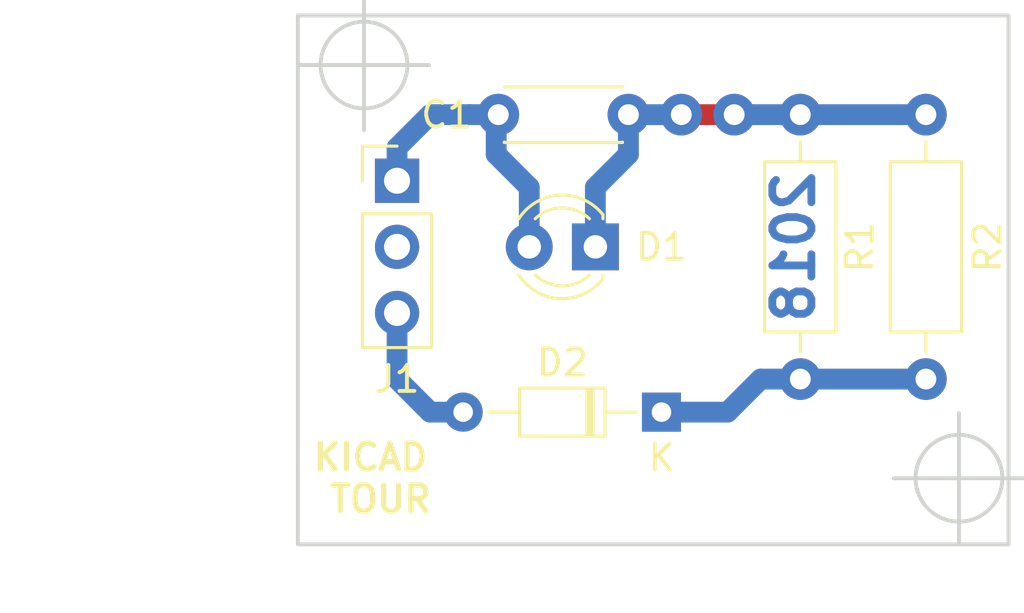
<source format=kicad_pcb>
(kicad_pcb (version 20171130) (host pcbnew "(5.0.0)")

  (general
    (thickness 1.6)
    (drawings 10)
    (tracks 24)
    (zones 0)
    (modules 6)
    (nets 6)
  )

  (page A4)
  (title_block
    (title "Kikad Tour K5")
    (date 2018-10-05)
    (rev 1)
    (company "Gonzalo Lavigna - Diseño de PCB")
  )

  (layers
    (0 F.Cu signal)
    (31 B.Cu signal)
    (32 B.Adhes user)
    (33 F.Adhes user)
    (34 B.Paste user)
    (35 F.Paste user)
    (36 B.SilkS user)
    (37 F.SilkS user)
    (38 B.Mask user)
    (39 F.Mask user)
    (40 Dwgs.User user)
    (41 Cmts.User user)
    (42 Eco1.User user)
    (43 Eco2.User user)
    (44 Edge.Cuts user)
    (45 Margin user)
    (46 B.CrtYd user)
    (47 F.CrtYd user)
    (48 B.Fab user hide)
    (49 F.Fab user hide)
  )

  (setup
    (last_trace_width 0.8)
    (user_trace_width 0.8)
    (user_trace_width 1)
    (user_trace_width 1.2)
    (trace_clearance 0.8)
    (zone_clearance 0.508)
    (zone_45_only no)
    (trace_min 0.2)
    (segment_width 0.2)
    (edge_width 0.15)
    (via_size 1.2)
    (via_drill 0.6)
    (via_min_size 0.4)
    (via_min_drill 0.3)
    (user_via 1.6 0.8)
    (uvia_size 0.3)
    (uvia_drill 0.1)
    (uvias_allowed no)
    (uvia_min_size 0.2)
    (uvia_min_drill 0.1)
    (pcb_text_width 0.3)
    (pcb_text_size 1.5 1.5)
    (mod_edge_width 0.15)
    (mod_text_size 1 1)
    (mod_text_width 0.15)
    (pad_size 1.524 1.524)
    (pad_drill 0.762)
    (pad_to_mask_clearance 0.2)
    (aux_axis_origin 114.3 82.55)
    (visible_elements 7FFDFF7F)
    (pcbplotparams
      (layerselection 0x01130_ffffffff)
      (usegerberextensions false)
      (usegerberattributes true)
      (usegerberadvancedattributes true)
      (creategerberjobfile true)
      (excludeedgelayer false)
      (linewidth 0.100000)
      (plotframeref false)
      (viasonmask false)
      (mode 1)
      (useauxorigin false)
      (hpglpennumber 1)
      (hpglpenspeed 20)
      (hpglpendiameter 15.000000)
      (psnegative false)
      (psa4output false)
      (plotreference true)
      (plotvalue true)
      (plotinvisibletext false)
      (padsonsilk false)
      (subtractmaskfromsilk false)
      (outputformat 1)
      (mirror false)
      (drillshape 0)
      (scaleselection 1)
      (outputdirectory ""))
  )

  (net 0 "")
  (net 1 "Net-(C1-Pad1)")
  (net 2 "Net-(C1-Pad2)")
  (net 3 "Net-(D2-Pad1)")
  (net 4 "Net-(D2-Pad2)")
  (net 5 "Net-(J1-Pad2)")

  (net_class Default "This is the default net class."
    (clearance 0.8)
    (trace_width 0.6)
    (via_dia 1.2)
    (via_drill 0.6)
    (uvia_dia 0.3)
    (uvia_drill 0.1)
    (add_net "Net-(C1-Pad1)")
    (add_net "Net-(C1-Pad2)")
    (add_net "Net-(D2-Pad1)")
    (add_net "Net-(D2-Pad2)")
    (add_net "Net-(J1-Pad2)")
  )

  (module Resistor_THT:R_Axial_DIN0207_L6.3mm_D2.5mm_P10.16mm_Horizontal (layer F.Cu) (tedit 5AE5139B) (tstamp 5BB72C64)
    (at 138.43 66.04 270)
    (descr "Resistor, Axial_DIN0207 series, Axial, Horizontal, pin pitch=10.16mm, 0.25W = 1/4W, length*diameter=6.3*2.5mm^2, http://cdn-reichelt.de/documents/datenblatt/B400/1_4W%23YAG.pdf")
    (tags "Resistor Axial_DIN0207 series Axial Horizontal pin pitch 10.16mm 0.25W = 1/4W length 6.3mm diameter 2.5mm")
    (path /5BB7223B)
    (fp_text reference R2 (at 5.08 -2.37 270) (layer F.SilkS)
      (effects (font (size 1 1) (thickness 0.15)))
    )
    (fp_text value 100K (at 5.08 2.37 270) (layer F.Fab)
      (effects (font (size 1 1) (thickness 0.15)))
    )
    (fp_line (start 1.93 -1.25) (end 1.93 1.25) (layer F.Fab) (width 0.1))
    (fp_line (start 1.93 1.25) (end 8.23 1.25) (layer F.Fab) (width 0.1))
    (fp_line (start 8.23 1.25) (end 8.23 -1.25) (layer F.Fab) (width 0.1))
    (fp_line (start 8.23 -1.25) (end 1.93 -1.25) (layer F.Fab) (width 0.1))
    (fp_line (start 0 0) (end 1.93 0) (layer F.Fab) (width 0.1))
    (fp_line (start 10.16 0) (end 8.23 0) (layer F.Fab) (width 0.1))
    (fp_line (start 1.81 -1.37) (end 1.81 1.37) (layer F.SilkS) (width 0.12))
    (fp_line (start 1.81 1.37) (end 8.35 1.37) (layer F.SilkS) (width 0.12))
    (fp_line (start 8.35 1.37) (end 8.35 -1.37) (layer F.SilkS) (width 0.12))
    (fp_line (start 8.35 -1.37) (end 1.81 -1.37) (layer F.SilkS) (width 0.12))
    (fp_line (start 1.04 0) (end 1.81 0) (layer F.SilkS) (width 0.12))
    (fp_line (start 9.12 0) (end 8.35 0) (layer F.SilkS) (width 0.12))
    (fp_line (start -1.05 -1.5) (end -1.05 1.5) (layer F.CrtYd) (width 0.05))
    (fp_line (start -1.05 1.5) (end 11.21 1.5) (layer F.CrtYd) (width 0.05))
    (fp_line (start 11.21 1.5) (end 11.21 -1.5) (layer F.CrtYd) (width 0.05))
    (fp_line (start 11.21 -1.5) (end -1.05 -1.5) (layer F.CrtYd) (width 0.05))
    (fp_text user %R (at 5.08 0 270) (layer F.Fab)
      (effects (font (size 1 1) (thickness 0.15)))
    )
    (pad 1 thru_hole circle (at 0 0 270) (size 1.6 1.6) (drill 0.8) (layers *.Cu *.Mask)
      (net 1 "Net-(C1-Pad1)"))
    (pad 2 thru_hole oval (at 10.16 0 270) (size 1.6 1.6) (drill 0.8) (layers *.Cu *.Mask)
      (net 3 "Net-(D2-Pad1)"))
    (model ${KISYS3DMOD}/Resistor_THT.3dshapes/R_Axial_DIN0207_L6.3mm_D2.5mm_P10.16mm_Horizontal.wrl
      (at (xyz 0 0 0))
      (scale (xyz 1 1 1))
      (rotate (xyz 0 0 0))
    )
  )

  (module Capacitor_THT:C_Disc_D4.3mm_W1.9mm_P5.00mm (layer F.Cu) (tedit 5AE50EF0) (tstamp 5BB71A64)
    (at 127 66.04 180)
    (descr "C, Disc series, Radial, pin pitch=5.00mm, , diameter*width=4.3*1.9mm^2, Capacitor, http://www.vishay.com/docs/45233/krseries.pdf")
    (tags "C Disc series Radial pin pitch 5.00mm  diameter 4.3mm width 1.9mm Capacitor")
    (path /5BA3734F)
    (fp_text reference C1 (at 6.985 0 180) (layer F.SilkS)
      (effects (font (size 1 1) (thickness 0.15)))
    )
    (fp_text value 100nF (at 2.5 2.2 180) (layer F.Fab)
      (effects (font (size 1 1) (thickness 0.15)))
    )
    (fp_line (start 0.35 -0.95) (end 0.35 0.95) (layer F.Fab) (width 0.1))
    (fp_line (start 0.35 0.95) (end 4.65 0.95) (layer F.Fab) (width 0.1))
    (fp_line (start 4.65 0.95) (end 4.65 -0.95) (layer F.Fab) (width 0.1))
    (fp_line (start 4.65 -0.95) (end 0.35 -0.95) (layer F.Fab) (width 0.1))
    (fp_line (start 0.23 -1.07) (end 4.77 -1.07) (layer F.SilkS) (width 0.12))
    (fp_line (start 0.23 1.07) (end 4.77 1.07) (layer F.SilkS) (width 0.12))
    (fp_line (start 0.23 -1.07) (end 0.23 -1.055) (layer F.SilkS) (width 0.12))
    (fp_line (start 0.23 1.055) (end 0.23 1.07) (layer F.SilkS) (width 0.12))
    (fp_line (start 4.77 -1.07) (end 4.77 -1.055) (layer F.SilkS) (width 0.12))
    (fp_line (start 4.77 1.055) (end 4.77 1.07) (layer F.SilkS) (width 0.12))
    (fp_line (start -1.05 -1.2) (end -1.05 1.2) (layer F.CrtYd) (width 0.05))
    (fp_line (start -1.05 1.2) (end 6.05 1.2) (layer F.CrtYd) (width 0.05))
    (fp_line (start 6.05 1.2) (end 6.05 -1.2) (layer F.CrtYd) (width 0.05))
    (fp_line (start 6.05 -1.2) (end -1.05 -1.2) (layer F.CrtYd) (width 0.05))
    (fp_text user %R (at 2.5 0 180) (layer F.Fab)
      (effects (font (size 0.86 0.86) (thickness 0.129)))
    )
    (pad 1 thru_hole circle (at 0 0 180) (size 1.6 1.6) (drill 0.8) (layers *.Cu *.Mask)
      (net 1 "Net-(C1-Pad1)"))
    (pad 2 thru_hole circle (at 5 0 180) (size 1.6 1.6) (drill 0.8) (layers *.Cu *.Mask)
      (net 2 "Net-(C1-Pad2)"))
    (model ${KISYS3DMOD}/Capacitor_THT.3dshapes/C_Disc_D4.3mm_W1.9mm_P5.00mm.wrl
      (at (xyz 0 0 0))
      (scale (xyz 1 1 1))
      (rotate (xyz 0 0 0))
    )
  )

  (module LED_THT:LED_D3.0mm (layer F.Cu) (tedit 587A3A7B) (tstamp 5BB71A77)
    (at 125.73 71.12 180)
    (descr "LED, diameter 3.0mm, 2 pins")
    (tags "LED diameter 3.0mm 2 pins")
    (path /5BA37292)
    (clearance 0.6)
    (fp_text reference D1 (at -2.54 0 180) (layer F.SilkS)
      (effects (font (size 1 1) (thickness 0.15)))
    )
    (fp_text value "LED ROJO 3mm" (at 0 2.96 180) (layer F.Fab)
      (effects (font (size 1 1) (thickness 0.15)))
    )
    (fp_arc (start 1.27 0) (end -0.23 -1.16619) (angle 284.3) (layer F.Fab) (width 0.1))
    (fp_arc (start 1.27 0) (end -0.29 -1.235516) (angle 108.8) (layer F.SilkS) (width 0.12))
    (fp_arc (start 1.27 0) (end -0.29 1.235516) (angle -108.8) (layer F.SilkS) (width 0.12))
    (fp_arc (start 1.27 0) (end 0.229039 -1.08) (angle 87.9) (layer F.SilkS) (width 0.12))
    (fp_arc (start 1.27 0) (end 0.229039 1.08) (angle -87.9) (layer F.SilkS) (width 0.12))
    (fp_circle (center 1.27 0) (end 2.77 0) (layer F.Fab) (width 0.1))
    (fp_line (start -0.23 -1.16619) (end -0.23 1.16619) (layer F.Fab) (width 0.1))
    (fp_line (start -0.29 -1.236) (end -0.29 -1.08) (layer F.SilkS) (width 0.12))
    (fp_line (start -0.29 1.08) (end -0.29 1.236) (layer F.SilkS) (width 0.12))
    (fp_line (start -1.15 -2.25) (end -1.15 2.25) (layer F.CrtYd) (width 0.05))
    (fp_line (start -1.15 2.25) (end 3.7 2.25) (layer F.CrtYd) (width 0.05))
    (fp_line (start 3.7 2.25) (end 3.7 -2.25) (layer F.CrtYd) (width 0.05))
    (fp_line (start 3.7 -2.25) (end -1.15 -2.25) (layer F.CrtYd) (width 0.05))
    (pad 1 thru_hole rect (at 0 0 180) (size 1.8 1.8) (drill 0.9) (layers *.Cu *.Mask)
      (net 1 "Net-(C1-Pad1)"))
    (pad 2 thru_hole circle (at 2.54 0 180) (size 1.8 1.8) (drill 0.9) (layers *.Cu *.Mask)
      (net 2 "Net-(C1-Pad2)"))
    (model ${KISYS3DMOD}/LED_THT.3dshapes/LED_D3.0mm.wrl
      (at (xyz 0 0 0))
      (scale (xyz 1 1 1))
      (rotate (xyz 0 0 0))
    )
  )

  (module Diode_THT:D_DO-34_SOD68_P7.62mm_Horizontal (layer F.Cu) (tedit 5AE50CD5) (tstamp 5BB71A96)
    (at 128.27 77.47 180)
    (descr "Diode, DO-34_SOD68 series, Axial, Horizontal, pin pitch=7.62mm, , length*diameter=3.04*1.6mm^2, , https://www.nxp.com/docs/en/data-sheet/KTY83_SER.pdf")
    (tags "Diode DO-34_SOD68 series Axial Horizontal pin pitch 7.62mm  length 3.04mm diameter 1.6mm")
    (path /5BA37437)
    (fp_text reference D2 (at 3.81 1.905 180) (layer F.SilkS)
      (effects (font (size 1 1) (thickness 0.15)))
    )
    (fp_text value 1N4148 (at 3.81 -3.81 180) (layer F.Fab)
      (effects (font (size 1 1) (thickness 0.15)))
    )
    (fp_line (start 2.29 -0.8) (end 2.29 0.8) (layer F.Fab) (width 0.1))
    (fp_line (start 2.29 0.8) (end 5.33 0.8) (layer F.Fab) (width 0.1))
    (fp_line (start 5.33 0.8) (end 5.33 -0.8) (layer F.Fab) (width 0.1))
    (fp_line (start 5.33 -0.8) (end 2.29 -0.8) (layer F.Fab) (width 0.1))
    (fp_line (start 0 0) (end 2.29 0) (layer F.Fab) (width 0.1))
    (fp_line (start 7.62 0) (end 5.33 0) (layer F.Fab) (width 0.1))
    (fp_line (start 2.746 -0.8) (end 2.746 0.8) (layer F.Fab) (width 0.1))
    (fp_line (start 2.846 -0.8) (end 2.846 0.8) (layer F.Fab) (width 0.1))
    (fp_line (start 2.646 -0.8) (end 2.646 0.8) (layer F.Fab) (width 0.1))
    (fp_line (start 2.17 -0.92) (end 2.17 0.92) (layer F.SilkS) (width 0.12))
    (fp_line (start 2.17 0.92) (end 5.45 0.92) (layer F.SilkS) (width 0.12))
    (fp_line (start 5.45 0.92) (end 5.45 -0.92) (layer F.SilkS) (width 0.12))
    (fp_line (start 5.45 -0.92) (end 2.17 -0.92) (layer F.SilkS) (width 0.12))
    (fp_line (start 0.99 0) (end 2.17 0) (layer F.SilkS) (width 0.12))
    (fp_line (start 6.63 0) (end 5.45 0) (layer F.SilkS) (width 0.12))
    (fp_line (start 2.746 -0.92) (end 2.746 0.92) (layer F.SilkS) (width 0.12))
    (fp_line (start 2.866 -0.92) (end 2.866 0.92) (layer F.SilkS) (width 0.12))
    (fp_line (start 2.626 -0.92) (end 2.626 0.92) (layer F.SilkS) (width 0.12))
    (fp_line (start -1 -1.05) (end -1 1.05) (layer F.CrtYd) (width 0.05))
    (fp_line (start -1 1.05) (end 8.63 1.05) (layer F.CrtYd) (width 0.05))
    (fp_line (start 8.63 1.05) (end 8.63 -1.05) (layer F.CrtYd) (width 0.05))
    (fp_line (start 8.63 -1.05) (end -1 -1.05) (layer F.CrtYd) (width 0.05))
    (fp_text user %R (at 4.038 0 180) (layer F.Fab)
      (effects (font (size 0.608 0.608) (thickness 0.0912)))
    )
    (fp_text user K (at 0 -1.75 180) (layer F.Fab)
      (effects (font (size 1 1) (thickness 0.15)))
    )
    (fp_text user K (at 0 -1.75 180) (layer F.SilkS)
      (effects (font (size 1 1) (thickness 0.15)))
    )
    (pad 1 thru_hole rect (at 0 0 180) (size 1.5 1.5) (drill 0.75) (layers *.Cu *.Mask)
      (net 3 "Net-(D2-Pad1)"))
    (pad 2 thru_hole oval (at 7.62 0 180) (size 1.5 1.5) (drill 0.75) (layers *.Cu *.Mask)
      (net 4 "Net-(D2-Pad2)"))
    (model ${KISYS3DMOD}/Diode_THT.3dshapes/D_DO-34_SOD68_P7.62mm_Horizontal.wrl
      (at (xyz 0 0 0))
      (scale (xyz 1 1 1))
      (rotate (xyz 0 0 0))
    )
  )

  (module Connector_PinHeader_2.54mm:PinHeader_1x03_P2.54mm_Vertical (layer F.Cu) (tedit 59FED5CC) (tstamp 5BB71AAD)
    (at 118.11 68.58)
    (descr "Through hole straight pin header, 1x03, 2.54mm pitch, single row")
    (tags "Through hole pin header THT 1x03 2.54mm single row")
    (path /5BA36D34)
    (fp_text reference J1 (at 0 7.62) (layer F.SilkS)
      (effects (font (size 1 1) (thickness 0.15)))
    )
    (fp_text value Conn_01x03 (at -2.54 2.54 90) (layer F.Fab)
      (effects (font (size 1 1) (thickness 0.15)))
    )
    (fp_line (start -0.635 -1.27) (end 1.27 -1.27) (layer F.Fab) (width 0.1))
    (fp_line (start 1.27 -1.27) (end 1.27 6.35) (layer F.Fab) (width 0.1))
    (fp_line (start 1.27 6.35) (end -1.27 6.35) (layer F.Fab) (width 0.1))
    (fp_line (start -1.27 6.35) (end -1.27 -0.635) (layer F.Fab) (width 0.1))
    (fp_line (start -1.27 -0.635) (end -0.635 -1.27) (layer F.Fab) (width 0.1))
    (fp_line (start -1.33 6.41) (end 1.33 6.41) (layer F.SilkS) (width 0.12))
    (fp_line (start -1.33 1.27) (end -1.33 6.41) (layer F.SilkS) (width 0.12))
    (fp_line (start 1.33 1.27) (end 1.33 6.41) (layer F.SilkS) (width 0.12))
    (fp_line (start -1.33 1.27) (end 1.33 1.27) (layer F.SilkS) (width 0.12))
    (fp_line (start -1.33 0) (end -1.33 -1.33) (layer F.SilkS) (width 0.12))
    (fp_line (start -1.33 -1.33) (end 0 -1.33) (layer F.SilkS) (width 0.12))
    (fp_line (start -1.8 -1.8) (end -1.8 6.85) (layer F.CrtYd) (width 0.05))
    (fp_line (start -1.8 6.85) (end 1.8 6.85) (layer F.CrtYd) (width 0.05))
    (fp_line (start 1.8 6.85) (end 1.8 -1.8) (layer F.CrtYd) (width 0.05))
    (fp_line (start 1.8 -1.8) (end -1.8 -1.8) (layer F.CrtYd) (width 0.05))
    (fp_text user %R (at 0 2.54 90) (layer F.Fab)
      (effects (font (size 1 1) (thickness 0.15)))
    )
    (pad 1 thru_hole rect (at 0 0) (size 1.7 1.7) (drill 1) (layers *.Cu *.Mask)
      (net 2 "Net-(C1-Pad2)"))
    (pad 2 thru_hole oval (at 0 2.54) (size 1.7 1.7) (drill 1) (layers *.Cu *.Mask)
      (net 5 "Net-(J1-Pad2)"))
    (pad 3 thru_hole oval (at 0 5.08) (size 1.7 1.7) (drill 1) (layers *.Cu *.Mask)
      (net 4 "Net-(D2-Pad2)"))
    (model ${KISYS3DMOD}/Connector_PinHeader_2.54mm.3dshapes/PinHeader_1x03_P2.54mm_Vertical.wrl
      (at (xyz 0 0 0))
      (scale (xyz 1 1 1))
      (rotate (xyz 0 0 0))
    )
  )

  (module Resistor_THT:R_Axial_DIN0207_L6.3mm_D2.5mm_P10.16mm_Horizontal (layer F.Cu) (tedit 5AE5139B) (tstamp 5BB71AC4)
    (at 133.604 66.04 270)
    (descr "Resistor, Axial_DIN0207 series, Axial, Horizontal, pin pitch=10.16mm, 0.25W = 1/4W, length*diameter=6.3*2.5mm^2, http://cdn-reichelt.de/documents/datenblatt/B400/1_4W%23YAG.pdf")
    (tags "Resistor Axial_DIN0207 series Axial Horizontal pin pitch 10.16mm 0.25W = 1/4W length 6.3mm diameter 2.5mm")
    (path /5BA36A9C)
    (fp_text reference R1 (at 5.08 -2.286 90) (layer F.SilkS)
      (effects (font (size 1 1) (thickness 0.15)))
    )
    (fp_text value 100K (at 5.08 2.37 270) (layer F.Fab)
      (effects (font (size 1 1) (thickness 0.15)))
    )
    (fp_line (start 1.93 -1.25) (end 1.93 1.25) (layer F.Fab) (width 0.1))
    (fp_line (start 1.93 1.25) (end 8.23 1.25) (layer F.Fab) (width 0.1))
    (fp_line (start 8.23 1.25) (end 8.23 -1.25) (layer F.Fab) (width 0.1))
    (fp_line (start 8.23 -1.25) (end 1.93 -1.25) (layer F.Fab) (width 0.1))
    (fp_line (start 0 0) (end 1.93 0) (layer F.Fab) (width 0.1))
    (fp_line (start 10.16 0) (end 8.23 0) (layer F.Fab) (width 0.1))
    (fp_line (start 1.81 -1.37) (end 1.81 1.37) (layer F.SilkS) (width 0.12))
    (fp_line (start 1.81 1.37) (end 8.35 1.37) (layer F.SilkS) (width 0.12))
    (fp_line (start 8.35 1.37) (end 8.35 -1.37) (layer F.SilkS) (width 0.12))
    (fp_line (start 8.35 -1.37) (end 1.81 -1.37) (layer F.SilkS) (width 0.12))
    (fp_line (start 1.04 0) (end 1.81 0) (layer F.SilkS) (width 0.12))
    (fp_line (start 9.12 0) (end 8.35 0) (layer F.SilkS) (width 0.12))
    (fp_line (start -1.05 -1.5) (end -1.05 1.5) (layer F.CrtYd) (width 0.05))
    (fp_line (start -1.05 1.5) (end 11.21 1.5) (layer F.CrtYd) (width 0.05))
    (fp_line (start 11.21 1.5) (end 11.21 -1.5) (layer F.CrtYd) (width 0.05))
    (fp_line (start 11.21 -1.5) (end -1.05 -1.5) (layer F.CrtYd) (width 0.05))
    (fp_text user %R (at 5.08 0 270) (layer F.Fab)
      (effects (font (size 1 1) (thickness 0.15)))
    )
    (pad 1 thru_hole circle (at 0 0 270) (size 1.6 1.6) (drill 0.8) (layers *.Cu *.Mask)
      (net 1 "Net-(C1-Pad1)"))
    (pad 2 thru_hole oval (at 10.16 0 270) (size 1.6 1.6) (drill 0.8) (layers *.Cu *.Mask)
      (net 3 "Net-(D2-Pad1)"))
    (model ${KISYS3DMOD}/Resistor_THT.3dshapes/R_Axial_DIN0207_L6.3mm_D2.5mm_P10.16mm_Horizontal.wrl
      (at (xyz 0 0 0))
      (scale (xyz 1 1 1))
      (rotate (xyz 0 0 0))
    )
  )

  (target plus (at 139.7 80.01) (size 5) (width 0.15) (layer Edge.Cuts) (tstamp 5BB72F74))
  (target plus (at 116.84 64.135) (size 5) (width 0.15) (layer Edge.Cuts))
  (dimension 27.305 (width 0.3) (layer Dwgs.User)
    (gr_text "27,305 mm" (at 127.9525 86.555) (layer Dwgs.User)
      (effects (font (size 1.5 1.5) (thickness 0.3)))
    )
    (feature1 (pts (xy 141.605 82.55) (xy 141.605 85.041421)))
    (feature2 (pts (xy 114.3 82.55) (xy 114.3 85.041421)))
    (crossbar (pts (xy 114.3 84.455) (xy 141.605 84.455)))
    (arrow1a (pts (xy 141.605 84.455) (xy 140.478496 85.041421)))
    (arrow1b (pts (xy 141.605 84.455) (xy 140.478496 83.868579)))
    (arrow2a (pts (xy 114.3 84.455) (xy 115.426504 85.041421)))
    (arrow2b (pts (xy 114.3 84.455) (xy 115.426504 83.868579)))
  )
  (gr_text 2018 (at 133.35 71.12 90) (layer B.Cu)
    (effects (font (size 1.5 1.5) (thickness 0.3)) (justify mirror))
  )
  (gr_text "KICAD \nTOUR" (at 117.475 80.01) (layer F.SilkS)
    (effects (font (size 1 1) (thickness 0.2)))
  )
  (dimension 20.32 (width 0.3) (layer Dwgs.User)
    (gr_text "20,320 mm" (at 108.39 72.39 90) (layer Dwgs.User)
      (effects (font (size 1.5 1.5) (thickness 0.3)))
    )
    (feature1 (pts (xy 114.3 62.23) (xy 109.903579 62.23)))
    (feature2 (pts (xy 114.3 82.55) (xy 109.903579 82.55)))
    (crossbar (pts (xy 110.49 82.55) (xy 110.49 62.23)))
    (arrow1a (pts (xy 110.49 62.23) (xy 111.076421 63.356504)))
    (arrow1b (pts (xy 110.49 62.23) (xy 109.903579 63.356504)))
    (arrow2a (pts (xy 110.49 82.55) (xy 111.076421 81.423496)))
    (arrow2b (pts (xy 110.49 82.55) (xy 109.903579 81.423496)))
  )
  (gr_line (start 114.3 82.55) (end 114.3 62.23) (layer Edge.Cuts) (width 0.15))
  (gr_line (start 141.605 82.55) (end 114.3 82.55) (layer Edge.Cuts) (width 0.15))
  (gr_line (start 141.605 62.23) (end 141.605 82.55) (layer Edge.Cuts) (width 0.15))
  (gr_line (start 114.3 62.23) (end 141.605 62.23) (layer Edge.Cuts) (width 0.15))

  (via (at 129.032 66.04) (size 1.6) (drill 0.8) (layers F.Cu B.Cu) (net 1))
  (segment (start 127 66.04) (end 129.032 66.04) (width 0.8) (layer B.Cu) (net 1))
  (segment (start 129.032 66.04) (end 131.064 66.04) (width 0.8) (layer F.Cu) (net 1))
  (via (at 131.064 66.04) (size 1.6) (drill 0.8) (layers F.Cu B.Cu) (net 1))
  (segment (start 131.064 66.04) (end 133.35 66.04) (width 0.8) (layer B.Cu) (net 1))
  (segment (start 127 67.564) (end 127 66.04) (width 0.8) (layer B.Cu) (net 1))
  (segment (start 125.73 71.12) (end 125.73 68.834) (width 0.8) (layer B.Cu) (net 1))
  (segment (start 125.73 68.834) (end 127 67.564) (width 0.8) (layer B.Cu) (net 1))
  (segment (start 133.604 66.04) (end 138.43 66.04) (width 0.8) (layer B.Cu) (net 1))
  (segment (start 120.904 66.04) (end 122 66.04) (width 0.8) (layer B.Cu) (net 2))
  (segment (start 119.38 66.04) (end 120.904 66.04) (width 0.8) (layer B.Cu) (net 2))
  (segment (start 118.11 68.58) (end 118.11 67.31) (width 0.8) (layer B.Cu) (net 2))
  (segment (start 118.11 67.31) (end 119.38 66.04) (width 0.8) (layer B.Cu) (net 2))
  (segment (start 123.19 68.834) (end 123.19 71.12) (width 0.8) (layer B.Cu) (net 2))
  (segment (start 121.92 67.564) (end 123.19 68.834) (width 0.8) (layer B.Cu) (net 2))
  (segment (start 122 66.04) (end 121.92 66.12) (width 0.8) (layer B.Cu) (net 2))
  (segment (start 121.92 66.12) (end 121.92 67.564) (width 0.8) (layer B.Cu) (net 2))
  (segment (start 130.81 77.47) (end 128.27 77.47) (width 0.8) (layer B.Cu) (net 3))
  (segment (start 133.35 76.2) (end 132.08 76.2) (width 0.8) (layer B.Cu) (net 3))
  (segment (start 132.08 76.2) (end 130.81 77.47) (width 0.8) (layer B.Cu) (net 3))
  (segment (start 133.604 76.2) (end 138.43 76.2) (width 0.8) (layer B.Cu) (net 3))
  (segment (start 118.11 76.2) (end 118.11 73.66) (width 0.8) (layer B.Cu) (net 4))
  (segment (start 120.65 77.47) (end 119.38 77.47) (width 0.8) (layer B.Cu) (net 4))
  (segment (start 119.38 77.47) (end 118.11 76.2) (width 0.8) (layer B.Cu) (net 4))

)

</source>
